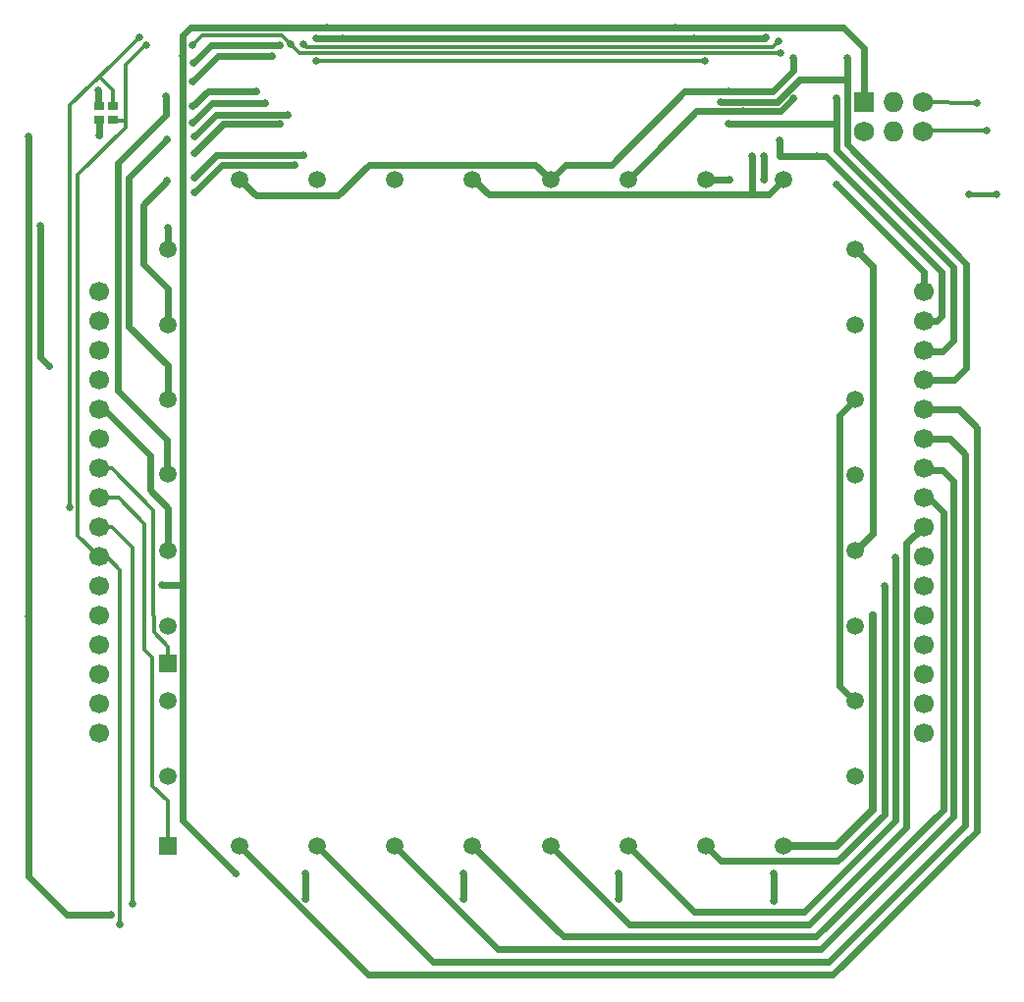
<source format=gtl>
G04 #@! TF.GenerationSoftware,KiCad,Pcbnew,(5.1.2-1)-1*
G04 #@! TF.CreationDate,2020-08-22T16:28:59-05:00*
G04 #@! TF.ProjectId,Core64 CB v0.4,436f7265-3634-4204-9342-2076302e342e,0.3*
G04 #@! TF.SameCoordinates,Original*
G04 #@! TF.FileFunction,Copper,L1,Top*
G04 #@! TF.FilePolarity,Positive*
%FSLAX46Y46*%
G04 Gerber Fmt 4.6, Leading zero omitted, Abs format (unit mm)*
G04 Created by KiCad (PCBNEW (5.1.2-1)-1) date 2020-08-22 16:28:59*
%MOMM*%
%LPD*%
G04 APERTURE LIST*
%ADD10C,1.727200*%
%ADD11R,1.727200X1.727200*%
%ADD12O,1.727200X1.727200*%
%ADD13C,1.700000*%
%ADD14R,0.812800X0.660400*%
%ADD15R,1.500000X1.500000*%
%ADD16C,1.500000*%
%ADD17C,0.635000*%
%ADD18C,0.650000*%
%ADD19C,0.635000*%
%ADD20C,0.600000*%
%ADD21C,0.300000*%
%ADD22C,0.400000*%
G04 APERTURE END LIST*
D10*
X30385000Y32860000D03*
D11*
X30385000Y35400000D03*
D12*
X32925000Y32860000D03*
X32925000Y35400000D03*
D10*
X35465000Y32860000D03*
X35465000Y35400000D03*
D13*
X-35560000Y-16510000D03*
X-35560000Y-1270000D03*
X-35560000Y11430000D03*
X-35560000Y19050000D03*
X-35560000Y16510000D03*
X-35560000Y8890000D03*
X-35560000Y6350000D03*
X-35560000Y1270000D03*
X-35560000Y3810000D03*
X-35560000Y13970000D03*
X-35560000Y-6350000D03*
X-35560000Y-11430000D03*
X-35560000Y-8890000D03*
X-35560000Y-19050000D03*
X-35560000Y-13970000D03*
X-35560000Y-3810000D03*
X35560000Y-16510000D03*
X35560000Y-1270000D03*
X35560000Y11430000D03*
X35560000Y19050000D03*
X35560000Y16510000D03*
X35560000Y8890000D03*
X35560000Y6350000D03*
X35560000Y1270000D03*
X35560000Y3810000D03*
X35560000Y13970000D03*
X35560000Y-6350000D03*
X35560000Y-11430000D03*
X35560000Y-8890000D03*
X35560000Y-19050000D03*
X35560000Y-13970000D03*
X35560000Y-3810000D03*
D14*
X-35596900Y35099999D03*
X-35596900Y33900001D03*
X-34403100Y33900001D03*
X-34403100Y35099999D03*
D15*
X-29650000Y-28750000D03*
X-29650000Y-13000000D03*
D16*
X29650000Y16250000D03*
X29650000Y9750000D03*
X29650000Y3250000D03*
X29650000Y-3250000D03*
X29650000Y-9750000D03*
X29650000Y-16250000D03*
X29650000Y-22750000D03*
X23450000Y-28750000D03*
X16750000Y-28750000D03*
X10050000Y-28750000D03*
X3350000Y-28750000D03*
X-3350000Y-28750000D03*
X-10050000Y-28750000D03*
X-16750000Y-28750000D03*
X-23450000Y-28750000D03*
X-29650000Y-22750000D03*
X-29650000Y-16250000D03*
X29650000Y22750000D03*
X23450000Y28750000D03*
X16750000Y28750000D03*
X10050000Y28750000D03*
X3350000Y28750000D03*
X-3350000Y28750000D03*
X-10050000Y28750000D03*
X-16750000Y28750000D03*
X-23450000Y28750000D03*
X-29650000Y22750000D03*
X-29650000Y16250000D03*
X-29650000Y9750000D03*
X-29650000Y3325000D03*
X-29650000Y-3250000D03*
X-29650000Y-9750000D03*
D17*
X31114992Y-8880609D03*
X32165000Y-6300008D03*
X33114930Y-3850000D03*
D18*
X20715000Y30750000D03*
X21715000Y28750000D03*
X21715000Y30750000D03*
X18815000Y28750000D03*
X24315000Y35750000D03*
X20015000Y34650000D03*
X24315000Y39250000D03*
X18715000Y36350000D03*
X-29785000Y35950000D03*
X-20685000Y39450000D03*
X-27485000Y37250000D03*
X-29685000Y32250000D03*
X-21285000Y35350000D03*
X-27485000Y33650000D03*
X-29685000Y28650000D03*
X-19985000Y33550000D03*
X-27385000Y31050000D03*
X-29650000Y24585000D03*
X-29650000Y24585000D03*
X-18700000Y30050000D03*
X-27385000Y27650000D03*
X-41685000Y-8950000D03*
X-41685000Y32450000D03*
X-34585000Y-34650000D03*
X-16885000Y40950000D03*
X21915000Y41050000D03*
X15715000Y40950000D03*
X-14585000Y40950000D03*
X-35585000Y32550000D03*
X-30185000Y-6250000D03*
X-17785000Y-33350000D03*
X-4185000Y-33350000D03*
X9215000Y-33350000D03*
X22615000Y-33450000D03*
X22615000Y-31150000D03*
X9215000Y-31150000D03*
X-4185000Y-31150000D03*
X-17785000Y-31150000D03*
X-23785000Y-31150000D03*
X14115000Y41850000D03*
X-15885000Y41850000D03*
X-28385000Y39450000D03*
X-35685000Y36450000D03*
X-33785000Y-35550000D03*
X-27485000Y40350000D03*
X-19035000Y40400000D03*
X23215000Y39650000D03*
X-31485000Y40350000D03*
X-38085000Y443010D03*
X-32685000Y-33750000D03*
X23015000Y40650000D03*
X-17985000Y40450000D03*
X-32085000Y41050000D03*
X-19985000Y40350000D03*
X-27435000Y38800000D03*
X-39885000Y12650000D03*
X-40685000Y24750000D03*
X-17985000Y30850000D03*
X-27385000Y28950000D03*
X-19285000Y34350000D03*
X-27385000Y32450000D03*
X-21985000Y36350000D03*
X-27485000Y35050000D03*
X23115000Y32150000D03*
X26340000Y30750000D03*
X28915000Y39250000D03*
X18015000Y35450000D03*
X28015000Y28350000D03*
X28015000Y35750000D03*
X18715000Y33550000D03*
X39415000Y27450000D03*
X41815000Y27450000D03*
X-16885000Y38950000D03*
X16715000Y38950000D03*
D17*
X41015000Y32950000D03*
D18*
X40115000Y35386842D03*
D19*
X31114992Y-9329621D02*
X31114992Y-8880609D01*
X28015000Y-28750000D02*
X31114992Y-25650008D01*
X31114992Y-25650008D02*
X31114992Y-9329621D01*
X23450000Y-28750000D02*
X28015000Y-28750000D01*
D20*
X10150000Y-35550000D02*
X3350000Y-28750000D01*
X25644556Y-35550000D02*
X10150000Y-35550000D01*
X34056308Y-27138248D02*
X25644556Y-35550000D01*
X34056308Y-2608692D02*
X34056308Y-27138248D01*
X35560000Y-1270000D02*
X34056308Y-2608692D01*
X17040490Y-29040490D02*
X17040490Y-29040490D01*
X17040490Y-29040490D02*
X17040490Y-29040490D01*
X17040490Y-29040490D02*
X17040490Y-29040490D01*
X17040490Y-29040490D02*
X17040490Y-29040490D01*
X17040490Y-29040490D02*
X17040490Y-29040490D01*
X17040490Y-29040490D02*
X17040490Y-29040490D01*
X17040490Y-29040490D02*
X17040490Y-29040490D01*
X17040490Y-29040490D02*
X17040490Y-29040490D01*
X17040490Y-29040490D02*
X17040490Y-29040490D01*
X17040490Y-29040490D02*
X17040490Y-29040490D01*
X17040490Y-29040490D02*
X17040490Y-29040490D01*
X17040490Y-29040490D02*
X17040490Y-29040490D01*
X17040490Y-29040490D02*
X17040490Y-29040490D01*
X17040490Y-29040490D02*
X17040490Y-29040490D01*
X17040490Y-29040490D02*
X17040490Y-29040490D01*
X16750000Y-28750000D02*
X17040490Y-29040490D01*
X32165000Y-6749020D02*
X32165000Y-6300008D01*
X32165000Y-26000000D02*
X32165000Y-6749020D01*
X28115000Y-30050000D02*
X32165000Y-26000000D01*
X18050000Y-30050000D02*
X28115000Y-30050000D01*
X16750000Y-28750000D02*
X18050000Y-30050000D01*
X33114930Y-26571396D02*
X33114930Y-4299012D01*
X25236326Y-34450000D02*
X33114930Y-26571396D01*
X33114930Y-4299012D02*
X33114930Y-3850000D01*
X15750000Y-34450000D02*
X25236326Y-34450000D01*
X10050000Y-28750000D02*
X15750000Y-34450000D01*
X38575000Y8890000D02*
X35560000Y8890000D01*
X40115000Y7350000D02*
X38575000Y8890000D01*
X40115000Y-27450000D02*
X40115000Y7350000D01*
X27715000Y-39850000D02*
X40115000Y-27450000D01*
X-12350000Y-39850000D02*
X27715000Y-39850000D01*
X-23450000Y-28750000D02*
X-12350000Y-39850000D01*
X-6750000Y-38750000D02*
X-16750000Y-28750000D01*
X27315000Y-38750000D02*
X-6750000Y-38750000D01*
X39115000Y-26950000D02*
X27315000Y-38750000D01*
X39115000Y5050000D02*
X39115000Y-26950000D01*
X37815000Y6350000D02*
X39115000Y5050000D01*
X35560000Y6350000D02*
X37815000Y6350000D01*
X35670000Y3700000D02*
X35560000Y3810000D01*
X37165000Y3700000D02*
X35670000Y3700000D01*
X38115000Y2750000D02*
X37165000Y3700000D01*
X38115000Y-26239168D02*
X38115000Y2750000D01*
X26704168Y-37650000D02*
X38115000Y-26239168D01*
X-1150000Y-37650000D02*
X26704168Y-37650000D01*
X-10050000Y-28750000D02*
X-1150000Y-37650000D01*
X4450000Y-36550000D02*
X-3350000Y-28750000D01*
X35560000Y1270000D02*
X35590000Y1300000D01*
X35590000Y1300000D02*
X35965000Y1300000D01*
X37215000Y-25589056D02*
X26254056Y-36550000D01*
X37215000Y50000D02*
X37215000Y-25589056D01*
X26254056Y-36550000D02*
X4450000Y-36550000D01*
X35965000Y1300000D02*
X37215000Y50000D01*
X-3274198Y28750000D02*
X-3350000Y28750000D01*
X-1974198Y27450000D02*
X-3274198Y28750000D01*
X20815000Y27450000D02*
X-1974198Y27450000D01*
X20715000Y27550000D02*
X20815000Y27450000D01*
X20715000Y30750000D02*
X20715000Y27550000D01*
X22150000Y27450000D02*
X20815000Y27450000D01*
X23450000Y28750000D02*
X22150000Y27450000D01*
X21715000Y28750000D02*
X21715000Y28750000D01*
X21715000Y30750000D02*
X21715000Y28750000D01*
X18815000Y28750000D02*
X16750000Y28750000D01*
X12600000Y31300000D02*
X10050000Y28750000D01*
X15950000Y34650000D02*
X12600000Y31300000D01*
X23215000Y34650000D02*
X15950000Y34650000D01*
X24315000Y35750000D02*
X23215000Y34650000D01*
X-23450000Y28750000D02*
X-23450000Y28785000D01*
X22515000Y36350000D02*
X18715000Y36350000D01*
X24315000Y38150000D02*
X22515000Y36350000D01*
X24315000Y39250000D02*
X24315000Y38150000D01*
X18715000Y36350000D02*
X18715000Y36350000D01*
X4650000Y30050000D02*
X3350000Y28750000D01*
X14915000Y36350000D02*
X8615000Y30050000D01*
X8615000Y30050000D02*
X4650000Y30050000D01*
X18715000Y36350000D02*
X14915000Y36350000D01*
X-22050000Y27350000D02*
X-23450000Y28750000D01*
X-14985000Y27350000D02*
X-22050000Y27350000D01*
X-12285000Y30050000D02*
X-14985000Y27350000D01*
X2050000Y30050000D02*
X-12285000Y30050000D01*
X3350000Y28750000D02*
X2050000Y30050000D01*
X-35125000Y8890000D02*
X-35560000Y8890000D01*
X-31185000Y4950000D02*
X-35125000Y8890000D01*
X-31185000Y1950000D02*
X-31185000Y4950000D01*
X-29650000Y415000D02*
X-31185000Y1950000D01*
X-29650000Y-3250000D02*
X-29650000Y415000D01*
X-27485000Y37250000D02*
X-25285000Y39450000D01*
X-25285000Y39450000D02*
X-20685000Y39450000D01*
X-29720239Y3395239D02*
X-29650000Y3325000D01*
X-29720239Y6285239D02*
X-29720239Y3395239D01*
X-29785000Y35950000D02*
X-29785000Y34350000D01*
X-29785000Y34350000D02*
X-33985000Y30150000D01*
X-33985000Y10550000D02*
X-29720239Y6285239D01*
X-33985000Y30150000D02*
X-33985000Y10550000D01*
X-21285000Y35350000D02*
X-21285000Y35350000D01*
X-25785000Y35350000D02*
X-21285000Y35350000D01*
X-27485000Y33650000D02*
X-25785000Y35350000D01*
X-29650000Y12715000D02*
X-29650000Y9750000D01*
X-32985000Y16050000D02*
X-29650000Y12715000D01*
X-32985000Y28900000D02*
X-32985000Y16050000D01*
X-29685000Y32200000D02*
X-32985000Y28900000D01*
X-29685000Y32250000D02*
X-29685000Y32200000D01*
X-29650000Y16250000D02*
X-29801582Y16401582D01*
X-24885000Y33550000D02*
X-19985000Y33550000D01*
X-27385000Y31050000D02*
X-24885000Y33550000D01*
X-31785000Y21450000D02*
X-29650000Y19315000D01*
X-31785000Y26550000D02*
X-31785000Y21450000D01*
X-29650000Y19315000D02*
X-29650000Y16250000D01*
X-29685000Y28650000D02*
X-31785000Y26550000D01*
X-29650000Y22750000D02*
X-29650000Y24585000D01*
X-29650000Y24585000D02*
X-29650000Y24585000D01*
X-29650000Y24585000D02*
X-29650000Y24585000D01*
X-24985000Y30050000D02*
X-18700000Y30050000D01*
X-27385000Y27650000D02*
X-24985000Y30050000D01*
D21*
X-30844501Y-10323361D02*
X-29650000Y-11517862D01*
X-30844501Y-8910207D02*
X-30844501Y-10323361D01*
X-30884999Y212629D02*
X-30884999Y-8869709D01*
X-30884999Y-8869709D02*
X-30844501Y-8910207D01*
X-29650000Y-11517862D02*
X-29650000Y-11922370D01*
X-35560000Y3810000D02*
X-34482370Y3810000D01*
X-29650000Y-11922370D02*
X-29650000Y-13000000D01*
X-34482370Y3810000D02*
X-30884999Y212629D01*
X-34482370Y1270000D02*
X-35560000Y1270000D01*
X-33905000Y1270000D02*
X-35560000Y1270000D01*
X-31647010Y-987990D02*
X-33905000Y1270000D01*
X-30960987Y-12518603D02*
X-31647010Y-11832580D01*
X-30960987Y-23574013D02*
X-30960987Y-12518603D01*
X-31647010Y-11832580D02*
X-31647010Y-987990D01*
X-29650000Y-24885000D02*
X-30960987Y-23574013D01*
X-29650000Y-28750000D02*
X-29650000Y-24885000D01*
D20*
X-34585000Y-34650000D02*
X-38385000Y-34650000D01*
X-41685000Y-31350000D02*
X-41685000Y32450000D01*
X-38385000Y-34650000D02*
X-41685000Y-31350000D01*
X21815000Y40950000D02*
X21915000Y41050000D01*
X-16885000Y40950000D02*
X21815000Y40950000D01*
X-35585000Y33888101D02*
X-35596900Y33900001D01*
X-35585000Y32550000D02*
X-35585000Y33888101D01*
X31115000Y21285000D02*
X31115000Y-1785000D01*
X29650000Y22750000D02*
X31115000Y21285000D01*
X31115000Y-1785000D02*
X29650000Y-3250000D01*
X28300000Y-14977186D02*
X29572814Y-16250000D01*
X28300000Y8400000D02*
X28300000Y-14977186D01*
X29572814Y-16250000D02*
X29650000Y-16250000D01*
X29650000Y9750000D02*
X28300000Y8400000D01*
X-28585000Y-6250000D02*
X-28385000Y-6450000D01*
X-30185000Y-6250000D02*
X-28585000Y-6250000D01*
X22615000Y-33450000D02*
X22615000Y-31150000D01*
X9215000Y-31150000D02*
X9215000Y-33350000D01*
X-4185000Y-31150000D02*
X-4185000Y-33350000D01*
X-17785000Y-33350000D02*
X-17785000Y-31150000D01*
X-28385000Y-26571368D02*
X-28385000Y-6450000D01*
X-23806368Y-31150000D02*
X-28385000Y-26571368D01*
X-23785000Y-31150000D02*
X-23806368Y-31150000D01*
X-27685000Y41850000D02*
X-28385000Y41150000D01*
X28615000Y41850000D02*
X-27685000Y41850000D01*
X30385000Y40080000D02*
X28615000Y41850000D01*
X30385000Y35400000D02*
X30385000Y40080000D01*
X-28385000Y41150000D02*
X-28385000Y37250000D01*
X-28385000Y37250000D02*
X-28385000Y-6450000D01*
X-35685000Y35188099D02*
X-35596900Y35099999D01*
X-35685000Y36450000D02*
X-35685000Y35188099D01*
D21*
X-34925000Y-3810000D02*
X-35560000Y-3810000D01*
X-33785000Y-4950000D02*
X-34925000Y-3810000D01*
X-33785000Y-35550000D02*
X-33785000Y-4950000D01*
X-18285000Y39650000D02*
X23215000Y39650000D01*
X-19035000Y40400000D02*
X-18285000Y39650000D01*
X-26685000Y41150000D02*
X-27485000Y40350000D01*
X-19785000Y41150000D02*
X-26685000Y41150000D01*
X-19035000Y40400000D02*
X-19785000Y41150000D01*
X-31585000Y40350000D02*
X-33285000Y38650000D01*
X-31485000Y40350000D02*
X-31585000Y40350000D01*
X-33285000Y38650000D02*
X-33285000Y33850000D01*
X-34353099Y33850000D02*
X-34403100Y33900001D01*
X-33285000Y33850000D02*
X-34353099Y33850000D01*
X-37385000Y29150000D02*
X-37385000Y-1985000D01*
X-33285000Y33250000D02*
X-37385000Y29150000D01*
X-37385000Y-1985000D02*
X-35560000Y-3810000D01*
X-33285000Y33850000D02*
X-33285000Y33250000D01*
X-34465000Y-1270000D02*
X-35560000Y-1270000D01*
X-32685000Y-3050000D02*
X-34465000Y-1270000D01*
X-32685000Y-33750000D02*
X-32685000Y-3050000D01*
X22515000Y40150000D02*
X23015000Y40650000D01*
X-17685000Y40150000D02*
X22515000Y40150000D01*
X-17985000Y40450000D02*
X-17685000Y40150000D01*
X-38085000Y28550000D02*
X-38085000Y443010D01*
X-38085000Y35150000D02*
X-38085000Y28550000D01*
X-34403100Y38731900D02*
X-38085000Y35150000D01*
X-32085000Y41050000D02*
X-34403100Y38731900D01*
X-34403100Y36450000D02*
X-34403100Y35099999D01*
X-35550582Y37615582D02*
X-34403100Y36450000D01*
D20*
X-35325000Y11430000D02*
X-35560000Y11430000D01*
X-27435000Y38800000D02*
X-25885000Y40350000D01*
X-25885000Y40350000D02*
X-19985000Y40350000D01*
X-40685000Y13450000D02*
X-39885000Y12650000D01*
X-40685000Y24750000D02*
X-40685000Y13450000D01*
X-27385000Y28950000D02*
X-25485000Y30850000D01*
X-25485000Y30850000D02*
X-17985000Y30850000D01*
X-35451582Y16401582D02*
X-35560000Y16510000D01*
X-25485000Y34350000D02*
X-19285000Y34350000D01*
X-27385000Y32450000D02*
X-25485000Y34350000D01*
X-26185000Y36350000D02*
X-21985000Y36350000D01*
X-27485000Y35050000D02*
X-26185000Y36350000D01*
X23115000Y32150000D02*
X23115000Y32150000D01*
X23115000Y30750000D02*
X23115000Y32150000D01*
X26340000Y30750000D02*
X23115000Y30750000D01*
X36637630Y16510000D02*
X35560000Y16510000D01*
X37065000Y16937370D02*
X36637630Y16510000D01*
X37065000Y20800000D02*
X37065000Y16937370D01*
X27115000Y30750000D02*
X37065000Y20800000D01*
X26340000Y30750000D02*
X27115000Y30750000D01*
X38145000Y11430000D02*
X35235000Y11430000D01*
X39165000Y12450000D02*
X38145000Y11430000D01*
X39165000Y21500000D02*
X39165000Y12450000D01*
X28915000Y31750000D02*
X39165000Y21500000D01*
X28915000Y39250000D02*
X28915000Y37350000D01*
X28915000Y37350000D02*
X28915000Y31750000D01*
X18915000Y35450000D02*
X18015000Y35450000D01*
X22915000Y35450000D02*
X18915000Y35450000D01*
X24815000Y37350000D02*
X22915000Y35450000D01*
X28915000Y37350000D02*
X24815000Y37350000D01*
X18015000Y35450000D02*
X18015000Y35450000D01*
X35565000Y19055000D02*
X35560000Y19050000D01*
X35565000Y20800000D02*
X35565000Y19055000D01*
X28015000Y28350000D02*
X35565000Y20800000D01*
X28015000Y34550000D02*
X28015000Y34550000D01*
X35580000Y13950000D02*
X35560000Y13970000D01*
X37165000Y13950000D02*
X35580000Y13950000D01*
X38065000Y14850000D02*
X37165000Y13950000D01*
X38065000Y21200000D02*
X38065000Y14850000D01*
X28015000Y31250000D02*
X38065000Y21200000D01*
X28015000Y35750000D02*
X28015000Y33950000D01*
X28015000Y33950000D02*
X28015000Y31250000D01*
X20215000Y33550000D02*
X28015000Y33550000D01*
X18715000Y33550000D02*
X20215000Y33550000D01*
D22*
X41815000Y27450000D02*
X39415000Y27450000D01*
D21*
X-16885000Y38950000D02*
X16715000Y38950000D01*
X35555000Y32950000D02*
X35465000Y32860000D01*
X41015000Y32950000D02*
X35555000Y32950000D01*
X40115000Y35386842D02*
X35465000Y35400000D01*
M02*

</source>
